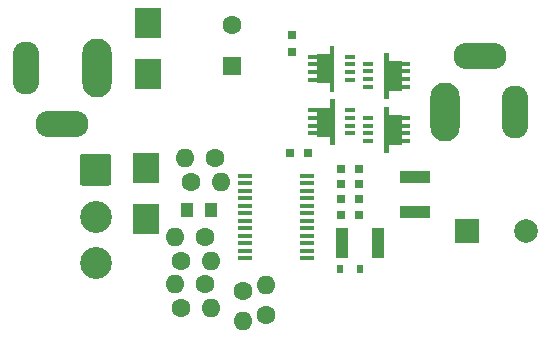
<source format=gts>
G04 #@! TF.GenerationSoftware,KiCad,Pcbnew,(5.1.9)-1*
G04 #@! TF.CreationDate,2021-05-05T15:58:12+09:00*
G04 #@! TF.ProjectId,PowerPathController_LTC4417,506f7765-7250-4617-9468-436f6e74726f,rev?*
G04 #@! TF.SameCoordinates,Original*
G04 #@! TF.FileFunction,Soldermask,Top*
G04 #@! TF.FilePolarity,Negative*
%FSLAX46Y46*%
G04 Gerber Fmt 4.6, Leading zero omitted, Abs format (unit mm)*
G04 Created by KiCad (PCBNEW (5.1.9)-1) date 2021-05-05 15:58:12*
%MOMM*%
%LPD*%
G01*
G04 APERTURE LIST*
%ADD10C,0.100000*%
%ADD11C,1.600000*%
%ADD12O,1.600000X1.600000*%
%ADD13R,1.600000X1.600000*%
%ADD14R,0.863600X0.304800*%
%ADD15C,2.700000*%
%ADD16O,4.500000X2.250000*%
%ADD17O,2.250000X4.500000*%
%ADD18O,2.500000X5.000000*%
%ADD19R,2.300000X2.500000*%
%ADD20R,0.800000X0.750000*%
%ADD21R,1.000000X1.250000*%
%ADD22R,0.750000X0.800000*%
%ADD23R,1.000000X2.500000*%
%ADD24R,2.500000X1.000000*%
%ADD25C,2.000000*%
%ADD26R,2.000000X2.000000*%
%ADD27R,0.600000X0.800000*%
%ADD28R,1.200000X0.400000*%
G04 APERTURE END LIST*
D10*
G36*
X156800000Y-94700000D02*
G01*
X155700000Y-94700000D01*
X155700000Y-92300000D01*
X156800000Y-92300000D01*
X156800000Y-91600000D01*
X157100000Y-91600000D01*
X157100000Y-95400000D01*
X156800000Y-95400000D01*
X156800000Y-94700000D01*
G37*
X156800000Y-94700000D02*
X155700000Y-94700000D01*
X155700000Y-92300000D01*
X156800000Y-92300000D01*
X156800000Y-91600000D01*
X157100000Y-91600000D01*
X157100000Y-95400000D01*
X156800000Y-95400000D01*
X156800000Y-94700000D01*
G36*
X156806801Y-99232001D02*
G01*
X155706801Y-99232001D01*
X155706801Y-96832001D01*
X156806801Y-96832001D01*
X156806801Y-96132001D01*
X157106801Y-96132001D01*
X157106801Y-99932001D01*
X156806801Y-99932001D01*
X156806801Y-99232001D01*
G37*
X156806801Y-99232001D02*
X155706801Y-99232001D01*
X155706801Y-96832001D01*
X156806801Y-96832001D01*
X156806801Y-96132001D01*
X157106801Y-96132001D01*
X157106801Y-99932001D01*
X156806801Y-99932001D01*
X156806801Y-99232001D01*
G36*
X161700000Y-97500000D02*
G01*
X162800000Y-97500000D01*
X162800000Y-99900000D01*
X161700000Y-99900000D01*
X161700000Y-100600000D01*
X161400000Y-100600000D01*
X161400000Y-96800000D01*
X161700000Y-96800000D01*
X161700000Y-97500000D01*
G37*
X161700000Y-97500000D02*
X162800000Y-97500000D01*
X162800000Y-99900000D01*
X161700000Y-99900000D01*
X161700000Y-100600000D01*
X161400000Y-100600000D01*
X161400000Y-96800000D01*
X161700000Y-96800000D01*
X161700000Y-97500000D01*
G36*
X161700000Y-92900000D02*
G01*
X162800000Y-92900000D01*
X162800000Y-95300000D01*
X161700000Y-95300000D01*
X161700000Y-96000000D01*
X161400000Y-96000000D01*
X161400000Y-92200000D01*
X161700000Y-92200000D01*
X161700000Y-92900000D01*
G37*
X161700000Y-92900000D02*
X162800000Y-92900000D01*
X162800000Y-95300000D01*
X161700000Y-95300000D01*
X161700000Y-96000000D01*
X161400000Y-96000000D01*
X161400000Y-92200000D01*
X161700000Y-92200000D01*
X161700000Y-92900000D01*
D11*
X145050000Y-103100000D03*
D12*
X147590000Y-103100000D03*
D11*
X147100000Y-101100000D03*
D12*
X144560000Y-101100000D03*
D11*
X144150000Y-109800000D03*
D12*
X146690000Y-109800000D03*
D11*
X146200000Y-107800000D03*
D12*
X143660000Y-107800000D03*
D11*
X144150000Y-113800000D03*
D12*
X146690000Y-113800000D03*
D11*
X146200000Y-111800000D03*
D12*
X143660000Y-111800000D03*
D11*
X151400000Y-114400000D03*
D12*
X151400000Y-111860000D03*
D11*
X149400000Y-112400000D03*
D12*
X149400000Y-114940000D03*
D11*
X148500000Y-89800000D03*
D13*
X148500000Y-93300000D03*
D14*
X158474800Y-94474999D03*
X158474800Y-93825001D03*
X158474800Y-93174999D03*
X158474800Y-92525001D03*
X155325200Y-92525001D03*
X155325200Y-93174999D03*
X155325200Y-93825001D03*
X155325200Y-94474999D03*
X158481601Y-99007000D03*
X158481601Y-98357002D03*
X158481601Y-97707000D03*
X158481601Y-97057002D03*
X155332001Y-97057002D03*
X155332001Y-97707000D03*
X155332001Y-98357002D03*
X155332001Y-99007000D03*
X160025200Y-97725001D03*
X160025200Y-98374999D03*
X160025200Y-99025001D03*
X160025200Y-99674999D03*
X163174800Y-99674999D03*
X163174800Y-99025001D03*
X163174800Y-98374999D03*
X163174800Y-97725001D03*
X160025200Y-93125001D03*
X160025200Y-93774999D03*
X160025200Y-94425001D03*
X160025200Y-95074999D03*
X163174800Y-95074999D03*
X163174800Y-94425001D03*
X163174800Y-93774999D03*
X163174800Y-93125001D03*
D15*
X136950000Y-110020000D03*
X136950000Y-106060000D03*
G36*
G01*
X135850001Y-100750000D02*
X138049999Y-100750000D01*
G75*
G02*
X138300000Y-101000001I0J-250001D01*
G01*
X138300000Y-103199999D01*
G75*
G02*
X138049999Y-103450000I-250001J0D01*
G01*
X135850001Y-103450000D01*
G75*
G02*
X135600000Y-103199999I0J250001D01*
G01*
X135600000Y-101000001D01*
G75*
G02*
X135850001Y-100750000I250001J0D01*
G01*
G37*
D16*
X169500000Y-92500000D03*
D17*
X172500000Y-97200000D03*
D18*
X166500000Y-97200000D03*
D19*
X141400000Y-93950000D03*
X141400000Y-89650000D03*
X141200000Y-101950000D03*
X141200000Y-106250000D03*
D20*
X159250000Y-103300000D03*
X157750000Y-103300000D03*
X157750000Y-102000000D03*
X159250000Y-102000000D03*
D21*
X144700000Y-105500000D03*
X146700000Y-105500000D03*
D22*
X153600000Y-92150000D03*
X153600000Y-90650000D03*
D20*
X153450000Y-100700000D03*
X154950000Y-100700000D03*
D23*
X160850000Y-108300000D03*
X157850000Y-108300000D03*
D20*
X159250000Y-104600000D03*
X157750000Y-104600000D03*
X157750000Y-105900000D03*
X159250000Y-105900000D03*
D24*
X164000000Y-102700000D03*
X164000000Y-105700000D03*
D25*
X173400000Y-107300000D03*
D26*
X168400000Y-107300000D03*
D27*
X159350000Y-110500000D03*
X157650000Y-110500000D03*
D28*
X154825001Y-102582501D03*
X154825001Y-103217501D03*
X154825001Y-103852501D03*
X154825001Y-104487501D03*
X154825001Y-105122501D03*
X154825001Y-105757501D03*
X154825001Y-106392501D03*
X154825001Y-107027501D03*
X154825001Y-107662501D03*
X154825001Y-108297501D03*
X154825001Y-108932501D03*
X154825001Y-109567501D03*
X149625001Y-109567501D03*
X149625001Y-108932501D03*
X149625001Y-108297501D03*
X149625001Y-107662501D03*
X149625001Y-107027501D03*
X149625001Y-106392501D03*
X149625001Y-105757501D03*
X149625001Y-105122501D03*
X149625001Y-104487501D03*
X149625001Y-103852501D03*
X149625001Y-103217501D03*
X149625001Y-102582501D03*
D18*
X137100000Y-93500000D03*
D17*
X131100000Y-93500000D03*
D16*
X134100000Y-98200000D03*
M02*

</source>
